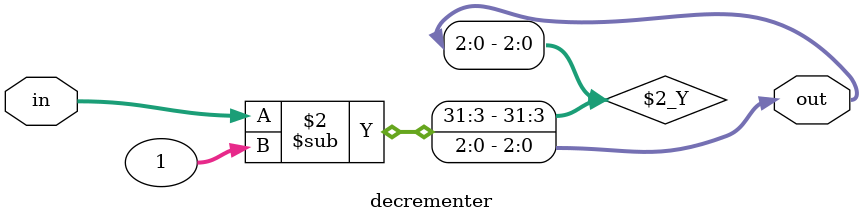
<source format=sv>
`timescale 1ns / 1ps


module decrementer(input logic[2:0] in, output logic[2:0] out);

always_comb begin

out = in - 1;

end

endmodule

</source>
